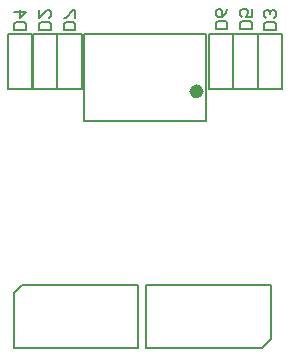
<source format=gbo>
G04 Layer_Color=32896*
%FSLAX44Y44*%
%MOMM*%
G71*
G01*
G75*
%ADD12C,0.2000*%
%ADD29C,0.6000*%
%ADD30C,0.1500*%
D12*
X26650Y5550D02*
Y52050D01*
X34150Y59550D01*
X132150D01*
X26650Y5550D02*
X132150D01*
Y59550D01*
X244200Y13050D02*
Y59550D01*
X236700Y5550D02*
X244200Y13050D01*
X138700Y5550D02*
X236700D01*
X138700Y59550D02*
X244200D01*
X138700Y5550D02*
Y59550D01*
X57997Y275000D02*
X48000D01*
Y279998D01*
X49666Y281665D01*
X56331D01*
X57997Y279998D01*
Y275000D01*
X48000Y291661D02*
Y284997D01*
X54665Y291661D01*
X56331D01*
X57997Y289995D01*
Y286663D01*
X56331Y284997D01*
X248997Y275000D02*
X239000D01*
Y279998D01*
X240666Y281665D01*
X247331D01*
X248997Y279998D01*
Y275000D01*
X247331Y284997D02*
X248997Y286663D01*
Y289995D01*
X247331Y291661D01*
X245665D01*
X243998Y289995D01*
Y288329D01*
Y289995D01*
X242332Y291661D01*
X240666D01*
X239000Y289995D01*
Y286663D01*
X240666Y284997D01*
X36997Y275000D02*
X27000D01*
Y279998D01*
X28666Y281665D01*
X35331D01*
X36997Y279998D01*
Y275000D01*
X27000Y289995D02*
X36997D01*
X31998Y284997D01*
Y291661D01*
X228747Y275750D02*
X218750D01*
Y280748D01*
X220416Y282414D01*
X227081D01*
X228747Y280748D01*
Y275750D01*
Y292411D02*
Y285747D01*
X223748D01*
X225415Y289079D01*
Y290745D01*
X223748Y292411D01*
X220416D01*
X218750Y290745D01*
Y287413D01*
X220416Y285747D01*
X207747Y275750D02*
X197750D01*
Y280748D01*
X199416Y282414D01*
X206081D01*
X207747Y280748D01*
Y275750D01*
Y292411D02*
X206081Y289079D01*
X202748Y285747D01*
X199416D01*
X197750Y287413D01*
Y290745D01*
X199416Y292411D01*
X201082D01*
X202748Y290745D01*
Y285747D01*
X78997Y275000D02*
X69000D01*
Y279998D01*
X70666Y281665D01*
X77331D01*
X78997Y279998D01*
Y275000D01*
Y284997D02*
Y291661D01*
X77331D01*
X70666Y284997D01*
X69000D01*
D29*
X184500Y223000D02*
G03*
X184500Y223000I-3000J0D01*
G01*
D30*
X86250Y198000D02*
Y271750D01*
X189750D01*
X86250Y198000D02*
X175500D01*
X189750D01*
Y271750D01*
X254250Y225250D02*
Y271250D01*
X233750D02*
X254250D01*
X233750Y225250D02*
Y271250D01*
Y225250D02*
X254250D01*
X233250D02*
Y271250D01*
X212750D02*
X233250D01*
X212750Y225250D02*
Y271250D01*
Y225250D02*
X233250D01*
X212250D02*
Y271250D01*
X191750D02*
X212250D01*
X191750Y225250D02*
Y271250D01*
Y225250D02*
X212250D01*
X42250D02*
Y271250D01*
X21750D02*
X42250D01*
X21750Y225250D02*
Y271250D01*
Y225250D02*
X42250D01*
X63250D02*
Y271250D01*
X42750D02*
X63250D01*
X42750Y225250D02*
Y271250D01*
Y225250D02*
X63250D01*
X84250D02*
Y271250D01*
X63750D02*
X84250D01*
X63750Y225250D02*
Y271250D01*
Y225250D02*
X84250D01*
M02*

</source>
